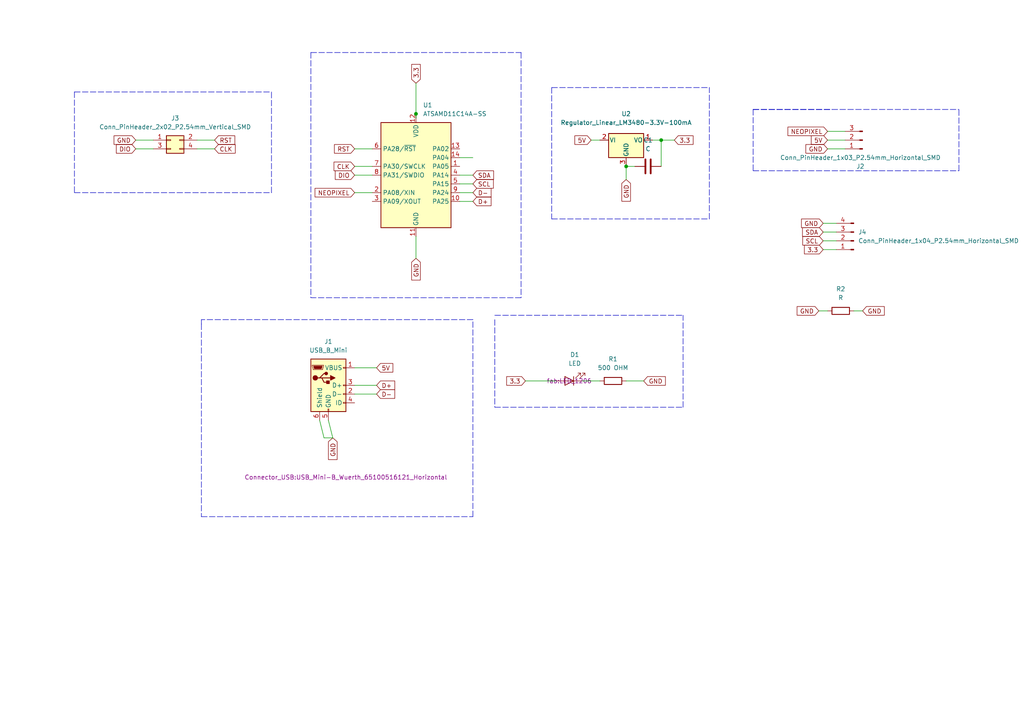
<source format=kicad_sch>
(kicad_sch (version 20211123) (generator eeschema)
  (paper "A4")
  (lib_symbols
    (symbol "Connector:USB_B_Mini" (pin_names (offset 1.016))
      (property "Reference" "J" (at -5.08 11.43 0))
      (property "Value" "USB_B_Mini" (at -5.08 8.89 0))
      (symbol "USB_B_Mini_0_1"
        (rectangle (start -5.08 -7.62) (end 5.08 7.62) (stroke (width 0.254)) (fill (type background)))
        (circle (center -3.81 2.159) (radius 0.635) (stroke (width 0.254)) (fill (type outline)))
        (circle (center -0.635 3.429) (radius 0.381) (stroke (width 0.254)) (fill (type outline)))
        (rectangle (start -0.127 -7.62) (end 0.127 -6.858))
        (polyline (pts (xy -1.905 2.159) (xy 0.635 2.159)) (stroke (width 0.254)))
        (polyline (pts (xy -3.175 2.159) (xy -2.54 2.159) (xy -1.27 3.429) (xy -0.635 3.429)) (stroke (width 0.254)))
        (polyline (pts (xy -2.54 2.159) (xy -1.905 2.159) (xy -1.27 0.889) (xy 0 0.889)) (stroke (width 0.254)))
        (polyline (pts (xy 0.635 2.794) (xy 0.635 1.524) (xy 1.905 2.159) (xy 0.635 2.794)) (stroke (width 0.254)) (fill (type outline)))
        (polyline (pts (xy -4.318 5.588) (xy -1.778 5.588) (xy -2.032 4.826) (xy -4.064 4.826) (xy -4.318 5.588)) (fill (type outline)))
        (polyline (pts (xy -4.699 5.842) (xy -4.699 5.588) (xy -4.445 4.826) (xy -4.445 4.572) (xy -1.651 4.572) (xy -1.651 4.826) (xy -1.397 5.588) (xy -1.397 5.842) (xy -4.699 5.842)))
        (rectangle (start 0.254 1.27) (end -0.508 0.508) (stroke (width 0.254)) (fill (type outline)))
        (rectangle (start 5.08 -5.207) (end 4.318 -4.953))
        (rectangle (start 5.08 -2.667) (end 4.318 -2.413))
        (rectangle (start 5.08 -0.127) (end 4.318 0.127))
        (rectangle (start 5.08 4.953) (end 4.318 5.207))
      )
      (symbol "USB_B_Mini_1_1"
        (pin power_out line (at 7.62 5.08 180) (length 2.54) (name "VBUS") (number "1"))
        (pin bidirectional line (at 7.62 -2.54 180) (length 2.54) (name "D-") (number "2"))
        (pin bidirectional line (at 7.62 0 180) (length 2.54) (name "D+") (number "3"))
        (pin passive line (at 7.62 -5.08 180) (length 2.54) (name "ID") (number "4"))
        (pin power_out line (at 0 -10.16 90) (length 2.54) (name "GND") (number "5"))
        (pin passive line (at -2.54 -10.16 90) (length 2.54) (name "Shield") (number "6"))
      )
    )
    (symbol "fab:ATSAMD11C14A-SS"
      (property "Reference" "U" (at -10.16 16.51 0))
      (property "Value" "ATSAMD11C14A-SS" (at 1.27 16.51 0))
      (symbol "ATSAMD11C14A-SS_0_1"
        (rectangle (start -10.16 15.24) (end 10.16 -15.24) (stroke (width 0.254)) (fill (type background)))
      )
      (symbol "ATSAMD11C14A-SS_1_1"
        (pin bidirectional line (at 12.7 2.54 180) (length 2.54) (name "PA05") (number "1"))
        (pin bidirectional line (at 12.7 -7.62 180) (length 2.54) (name "PA25") (number "10"))
        (pin power_in line (at 0 -17.78 90) (length 2.54) (name "GND") (number "11"))
        (pin power_in line (at 0 17.78 270) (length 2.54) (name "VDD") (number "12"))
        (pin bidirectional line (at 12.7 7.62 180) (length 2.54) (name "PA02") (number "13"))
        (pin bidirectional line (at 12.7 5.08 180) (length 2.54) (name "PA04") (number "14"))
        (pin bidirectional line (at -12.7 -5.08 0) (length 2.54) (name "PA08/XIN") (number "2"))
        (pin bidirectional line (at -12.7 -7.62 0) (length 2.54) (name "PA09/XOUT") (number "3"))
        (pin bidirectional line (at 12.7 0 180) (length 2.54) (name "PA14") (number "4"))
        (pin bidirectional line (at 12.7 -2.54 180) (length 2.54) (name "PA15") (number "5"))
        (pin bidirectional line (at -12.7 7.62 0) (length 2.54) (name "PA28/~{RST}") (number "6"))
        (pin bidirectional line (at -12.7 2.54 0) (length 2.54) (name "PA30/SWCLK") (number "7"))
        (pin bidirectional line (at -12.7 0 0) (length 2.54) (name "PA31/SWDIO") (number "8"))
        (pin bidirectional line (at 12.7 -5.08 180) (length 2.54) (name "PA24") (number "9"))
      )
    )
    (symbol "fab:C" (pin_numbers hide) (pin_names (offset 0.254))
      (property "Reference" "C" (at 0.635 2.54 0))
      (property "Value" "C" (at 0.635 -2.54 0))
      (symbol "C_0_1"
        (polyline (pts (xy -2.032 -0.762) (xy 2.032 -0.762)) (stroke (width 0.508)))
        (polyline (pts (xy -2.032 0.762) (xy 2.032 0.762)) (stroke (width 0.508)))
      )
      (symbol "C_1_1"
        (pin passive line (at 0 3.81 270) (length 2.794) (name "~") (number "1"))
        (pin passive line (at 0 -3.81 90) (length 2.794) (name "~") (number "2"))
      )
    )
    (symbol "fab:Conn_PinHeader_1x03_P2.54mm_Horizontal_SMD" (pin_names (offset 1.016) hide)
      (property "Reference" "J" (at 0 5.08 0))
      (property "Value" "Conn_PinHeader_1x03_P2.54mm_Horizontal_SMD" (at 0 -5.08 0))
      (symbol "Conn_PinHeader_1x03_P2.54mm_Horizontal_SMD_1_1"
        (polyline (pts (xy 1.27 -2.54) (xy 0.8636 -2.54)) (stroke (width 0.1524)))
        (polyline (pts (xy 1.27 0) (xy 0.8636 0)) (stroke (width 0.1524)))
        (polyline (pts (xy 1.27 2.54) (xy 0.8636 2.54)) (stroke (width 0.1524)))
        (rectangle (start 0.8636 -2.413) (end 0 -2.667) (stroke (width 0.1524)) (fill (type outline)))
        (rectangle (start 0.8636 0.127) (end 0 -0.127) (stroke (width 0.1524)) (fill (type outline)))
        (rectangle (start 0.8636 2.667) (end 0 2.413) (stroke (width 0.1524)) (fill (type outline)))
        (pin passive line (at 5.08 2.54 180) (length 3.81) (name "Pin_1") (number "1"))
        (pin passive line (at 5.08 0 180) (length 3.81) (name "Pin_2") (number "2"))
        (pin passive line (at 5.08 -2.54 180) (length 3.81) (name "Pin_3") (number "3"))
      )
    )
    (symbol "fab:Conn_PinHeader_1x04_P2.54mm_Horizontal_SMD" (pin_names (offset 1.016) hide)
      (property "Reference" "J" (at 0 5.08 0))
      (property "Value" "Conn_PinHeader_1x04_P2.54mm_Horizontal_SMD" (at 0 -7.62 0))
      (symbol "Conn_PinHeader_1x04_P2.54mm_Horizontal_SMD_1_1"
        (polyline (pts (xy 1.27 -5.08) (xy 0.8636 -5.08)) (stroke (width 0.1524)))
        (polyline (pts (xy 1.27 -2.54) (xy 0.8636 -2.54)) (stroke (width 0.1524)))
        (polyline (pts (xy 1.27 0) (xy 0.8636 0)) (stroke (width 0.1524)))
        (polyline (pts (xy 1.27 2.54) (xy 0.8636 2.54)) (stroke (width 0.1524)))
        (rectangle (start 0.8636 -4.953) (end 0 -5.207) (stroke (width 0.1524)) (fill (type outline)))
        (rectangle (start 0.8636 -2.413) (end 0 -2.667) (stroke (width 0.1524)) (fill (type outline)))
        (rectangle (start 0.8636 0.127) (end 0 -0.127) (stroke (width 0.1524)) (fill (type outline)))
        (rectangle (start 0.8636 2.667) (end 0 2.413) (stroke (width 0.1524)) (fill (type outline)))
        (pin passive line (at 5.08 2.54 180) (length 3.81) (name "Pin_1") (number "1"))
        (pin passive line (at 5.08 0 180) (length 3.81) (name "Pin_2") (number "2"))
        (pin passive line (at 5.08 -2.54 180) (length 3.81) (name "Pin_3") (number "3"))
        (pin passive line (at 5.08 -5.08 180) (length 3.81) (name "Pin_4") (number "4"))
      )
    )
    (symbol "fab:Conn_PinHeader_2x02_P2.54mm_Vertical_SMD" (pin_names (offset 1.016) hide)
      (property "Reference" "J" (at 1.27 2.54 0))
      (property "Value" "Conn_PinHeader_2x02_P2.54mm_Vertical_SMD" (at 1.27 -5.08 0))
      (symbol "Conn_PinHeader_2x02_P2.54mm_Vertical_SMD_1_1"
        (rectangle (start -1.27 -2.413) (end 0 -2.667) (stroke (width 0.1524)))
        (rectangle (start -1.27 0.127) (end 0 -0.127) (stroke (width 0.1524)))
        (rectangle (start -1.27 1.27) (end 3.81 -3.81) (stroke (width 0.254)) (fill (type background)))
        (rectangle (start 3.81 -2.413) (end 2.54 -2.667) (stroke (width 0.1524)))
        (rectangle (start 3.81 0.127) (end 2.54 -0.127) (stroke (width 0.1524)))
        (pin passive line (at -5.08 0 0) (length 3.81) (name "Pin_1") (number "1"))
        (pin passive line (at 7.62 0 180) (length 3.81) (name "Pin_2") (number "2"))
        (pin passive line (at -5.08 -2.54 0) (length 3.81) (name "Pin_3") (number "3"))
        (pin passive line (at 7.62 -2.54 180) (length 3.81) (name "Pin_4") (number "4"))
      )
    )
    (symbol "fab:LED" (pin_numbers hide) (pin_names (offset 1.016) hide)
      (property "Reference" "D" (at 0 2.54 0))
      (property "Value" "LED" (at 0 -2.54 0))
      (symbol "LED_0_1"
        (polyline (pts (xy -1.27 -1.27) (xy -1.27 1.27)) (stroke (width 0.2032)))
        (polyline (pts (xy -1.27 0) (xy 1.27 0)))
        (polyline (pts (xy 1.27 -1.27) (xy 1.27 1.27) (xy -1.27 0) (xy 1.27 -1.27)) (stroke (width 0.2032)))
        (polyline (pts (xy -3.048 -0.762) (xy -4.572 -2.286) (xy -3.81 -2.286) (xy -4.572 -2.286) (xy -4.572 -1.524)))
        (polyline (pts (xy -1.778 -0.762) (xy -3.302 -2.286) (xy -2.54 -2.286) (xy -3.302 -2.286) (xy -3.302 -1.524)))
      )
      (symbol "LED_1_1"
        (pin passive line (at -3.81 0 0) (length 2.54) (name "K") (number "1"))
        (pin passive line (at 3.81 0 180) (length 2.54) (name "A") (number "2"))
      )
    )
    (symbol "fab:R" (pin_numbers hide) (pin_names (offset 0))
      (property "Reference" "R" (at 2.032 0 90))
      (property "Value" "R" (at 0 0 90))
      (symbol "R_0_1"
        (rectangle (start -1.016 -2.54) (end 1.016 2.54) (stroke (width 0.254)))
      )
      (symbol "R_1_1"
        (pin passive line (at 0 3.81 270) (length 1.27) (name "~") (number "1"))
        (pin passive line (at 0 -3.81 90) (length 1.27) (name "~") (number "2"))
      )
    )
    (symbol "fab:Regulator_Linear_LM3480-3.3V-100mA" (pin_names (offset 0.254))
      (property "Reference" "U" (at -3.81 3.175 0))
      (property "Value" "Regulator_Linear_LM3480-3.3V-100mA" (at 0 3.175 0))
      (symbol "Regulator_Linear_LM3480-3.3V-100mA_0_1"
        (rectangle (start -5.08 1.905) (end 5.08 -5.08) (stroke (width 0.254)) (fill (type background)))
      )
      (symbol "Regulator_Linear_LM3480-3.3V-100mA_1_1"
        (pin power_out line (at 7.62 0 180) (length 2.54) (name "VO") (number "1"))
        (pin power_in line (at -7.62 0 0) (length 2.54) (name "VI") (number "2"))
        (pin power_in line (at 0 -7.62 90) (length 2.54) (name "GND") (number "3"))
      )
    )
  )
  (junction (at 181.61 48.26))
  (junction (at 191.77 40.64))
  (junction (at 120.65 33.02))
  (wire (pts (xy 247.65 90.17) (xy 250.19 90.17)))
  (wire (pts (xy 191.77 40.64) (xy 191.77 48.26)))
  (wire (pts (xy 181.61 48.26) (xy 184.15 48.26)))
  (wire (pts (xy 39.37 40.64) (xy 44.45 40.64)))
  (wire (pts (xy 171.45 40.64) (xy 173.99 40.64)))
  (wire (pts (xy 93.98 127) (xy 96.52 127)))
  (wire (pts (xy 133.35 58.42) (xy 137.16 58.42)))
  (wire (pts (xy 120.65 24.13) (xy 120.65 33.02)))
  (polyline (pts (xy 58.42 93.98) (xy 58.42 149.86)))
  (wire (pts (xy 238.76 69.85) (xy 242.57 69.85)))
  (polyline (pts (xy 137.16 92.71) (xy 58.42 92.71)))
  (polyline (pts (xy 21.59 26.67) (xy 21.59 55.88)))
  (polyline (pts (xy 218.44 49.53) (xy 278.13 49.53)))
  (polyline (pts (xy 160.02 25.4) (xy 205.74 25.4)))
  (wire (pts (xy 92.71 121.92) (xy 93.98 127)))
  (wire (pts (xy 238.76 67.31) (xy 242.57 67.31)))
  (polyline (pts (xy 78.74 55.88) (xy 78.74 26.67)))
  (polyline (pts (xy 143.51 118.11) (xy 198.12 118.11)))
  (wire (pts (xy 57.15 40.64) (xy 62.23 40.64)))
  (wire (pts (xy 102.87 114.3) (xy 109.22 114.3)))
  (wire (pts (xy 120.65 68.58) (xy 120.65 74.93)))
  (polyline (pts (xy 218.44 31.75) (xy 278.13 31.75)))
  (wire (pts (xy 152.4 110.49) (xy 161.29 110.49)))
  (polyline (pts (xy 143.51 91.44) (xy 198.12 91.44)))
  (polyline (pts (xy 160.02 25.4) (xy 160.02 63.5)))
  (wire (pts (xy 57.15 43.18) (xy 62.23 43.18)))
  (wire (pts (xy 238.76 72.39) (xy 242.57 72.39)))
  (wire (pts (xy 133.35 53.34) (xy 137.16 53.34)))
  (polyline (pts (xy 198.12 118.11) (xy 198.12 91.44)))
  (polyline (pts (xy 137.16 149.86) (xy 137.16 92.71)))
  (wire (pts (xy 102.87 55.88) (xy 107.95 55.88)))
  (wire (pts (xy 237.49 90.17) (xy 240.03 90.17)))
  (polyline (pts (xy 58.42 92.71) (xy 58.42 93.98)))
  (polyline (pts (xy 21.59 26.67) (xy 78.74 26.67)))
  (polyline (pts (xy 90.17 15.24) (xy 90.17 86.36)))
  (polyline (pts (xy 151.13 15.24) (xy 151.13 86.36)))
  (wire (pts (xy 181.61 110.49) (xy 186.69 110.49)))
  (polyline (pts (xy 205.74 63.5) (xy 205.74 25.4)))
  (polyline (pts (xy 21.59 55.88) (xy 78.74 55.88)))
  (wire (pts (xy 39.37 43.18) (xy 44.45 43.18)))
  (wire (pts (xy 120.65 33.02) (xy 120.65 34.29)))
  (wire (pts (xy 137.16 55.88) (xy 133.35 55.88)))
  (wire (pts (xy 95.25 121.92) (xy 96.52 127)))
  (wire (pts (xy 240.03 38.1) (xy 245.11 38.1)))
  (wire (pts (xy 102.87 106.68) (xy 109.22 106.68)))
  (polyline (pts (xy 90.17 15.24) (xy 151.13 15.24)))
  (wire (pts (xy 102.87 48.26) (xy 107.95 48.26)))
  (polyline (pts (xy 278.13 49.53) (xy 278.13 31.75)))
  (wire (pts (xy 133.35 45.72) (xy 137.16 45.72)))
  (polyline (pts (xy 143.51 92.71) (xy 143.51 118.11)))
  (wire (pts (xy 168.91 110.49) (xy 173.99 110.49)))
  (wire (pts (xy 191.77 40.64) (xy 195.58 40.64)))
  (wire (pts (xy 240.03 40.64) (xy 245.11 40.64)))
  (polyline (pts (xy 218.44 31.75) (xy 218.44 49.53)))
  (wire (pts (xy 181.61 48.26) (xy 181.61 52.07)))
  (wire (pts (xy 133.35 50.8) (xy 137.16 50.8)))
  (wire (pts (xy 102.87 50.8) (xy 107.95 50.8)))
  (polyline (pts (xy 218.44 31.75) (xy 241.3 31.75)))
  (wire (pts (xy 102.87 43.18) (xy 107.95 43.18)))
  (polyline (pts (xy 58.42 149.86) (xy 137.16 149.86)))
  (wire (pts (xy 102.87 111.76) (xy 109.22 111.76)))
  (polyline (pts (xy 160.02 63.5) (xy 205.74 63.5)))
  (polyline (pts (xy 151.13 86.36) (xy 90.17 86.36)))
  (wire (pts (xy 240.03 43.18) (xy 245.11 43.18)))
  (wire (pts (xy 238.76 64.77) (xy 242.57 64.77)))
  (wire (pts (xy 189.23 40.64) (xy 191.77 40.64)))
  (global_label "D-" (shape input) (at 109.22 114.3 0) (property "Intersheet References" "${INTERSHEET_REFS}" (effects hide)))
  (global_label "GND" (shape input) (at 186.69 110.49 0) (property "Intersheet References" "${INTERSHEET_REFS}" (effects hide)))
  (global_label "RST" (shape input) (at 62.23 40.64 0) (property "Intersheet References" "${INTERSHEET_REFS}" (effects hide)))
  (global_label "GND" (shape input) (at 96.52 127 270) (property "Intersheet References" "${INTERSHEET_REFS}" (effects hide)))
  (global_label "DIO" (shape input) (at 102.87 50.8 180) (property "Intersheet References" "${INTERSHEET_REFS}" (effects hide)))
  (global_label "GND" (shape input) (at 238.76 64.77 180) (property "Intersheet References" "${INTERSHEET_REFS}" (effects hide)))
  (global_label "GND" (shape input) (at 250.19 90.17 0) (property "Intersheet References" "${INTERSHEET_REFS}" (effects hide)))
  (global_label "GND" (shape input) (at 39.37 40.64 180) (property "Intersheet References" "${INTERSHEET_REFS}" (effects hide)))
  (global_label "3.3" (shape input) (at 238.76 72.39 180) (property "Intersheet References" "${INTERSHEET_REFS}" (effects hide)))
  (global_label "SCL" (shape input) (at 238.76 69.85 180) (property "Intersheet References" "${INTERSHEET_REFS}" (effects hide)))
  (global_label "GND" (shape input) (at 237.49 90.17 180) (property "Intersheet References" "${INTERSHEET_REFS}" (effects hide)))
  (global_label "NEOPIXEL" (shape input) (at 102.87 55.88 180) (property "Intersheet References" "${INTERSHEET_REFS}" (effects hide)))
  (global_label "5V" (shape input) (at 240.03 40.64 180) (property "Intersheet References" "${INTERSHEET_REFS}" (effects hide)))
  (global_label "SDA" (shape input) (at 238.76 67.31 180) (property "Intersheet References" "${INTERSHEET_REFS}" (effects hide)))
  (global_label "SDA" (shape input) (at 137.16 50.8 0) (property "Intersheet References" "${INTERSHEET_REFS}" (effects hide)))
  (global_label "GND" (shape input) (at 240.03 43.18 180) (property "Intersheet References" "${INTERSHEET_REFS}" (effects hide)))
  (global_label "D+" (shape input) (at 137.16 58.42 0) (property "Intersheet References" "${INTERSHEET_REFS}" (effects hide)))
  (global_label "3.3" (shape input) (at 120.65 24.13 90) (property "Intersheet References" "${INTERSHEET_REFS}" (effects hide)))
  (global_label "3.3" (shape input) (at 195.58 40.64 0) (property "Intersheet References" "${INTERSHEET_REFS}" (effects hide)))
  (global_label "GND" (shape input) (at 181.61 52.07 270) (property "Intersheet References" "${INTERSHEET_REFS}" (effects hide)))
  (global_label "DIO" (shape input) (at 39.37 43.18 180) (property "Intersheet References" "${INTERSHEET_REFS}" (effects hide)))
  (global_label "CLK" (shape input) (at 62.23 43.18 0) (property "Intersheet References" "${INTERSHEET_REFS}" (effects hide)))
  (global_label "5V" (shape input) (at 109.22 106.68 0) (property "Intersheet References" "${INTERSHEET_REFS}" (effects hide)))
  (global_label "NEOPIXEL" (shape input) (at 240.03 38.1 180) (property "Intersheet References" "${INTERSHEET_REFS}" (effects hide)))
  (global_label "CLK" (shape input) (at 102.87 48.26 180) (property "Intersheet References" "${INTERSHEET_REFS}" (effects hide)))
  (global_label "D-" (shape input) (at 137.16 55.88 0) (property "Intersheet References" "${INTERSHEET_REFS}" (effects hide)))
  (global_label "5V" (shape input) (at 171.45 40.64 180) (property "Intersheet References" "${INTERSHEET_REFS}" (effects hide)))
  (global_label "GND" (shape input) (at 120.65 74.93 270) (property "Intersheet References" "${INTERSHEET_REFS}" (effects hide)))
  (global_label "RST" (shape input) (at 102.87 43.18 180) (property "Intersheet References" "${INTERSHEET_REFS}" (effects hide)))
  (global_label "SCL" (shape input) (at 137.16 53.34 0) (property "Intersheet References" "${INTERSHEET_REFS}" (effects hide)))
  (global_label "D+" (shape input) (at 109.22 111.76 0) (property "Intersheet References" "${INTERSHEET_REFS}" (effects hide)))
  (global_label "3.3" (shape input) (at 152.4 110.49 180) (property "Intersheet References" "${INTERSHEET_REFS}" (effects hide)))
  (symbol (lib_id "fab:LED") (at 165.1 110.49 180) (unit 1)
    (property "Reference" "D1" (at 166.7002 102.87 0))
    (property "Value" "LED" (at 166.7002 105.41 0))
    (property "Footprint" "fab:LED_1206" (at 165.1 110.49 0))
    (property "Datasheet" "https://optoelectronics.liteon.com/upload/download/DS-22-98-0002/LTST-C150CKT.pdf" (effects hide))
  )
  (symbol (lib_id "fab:Conn_PinHeader_2x02_P2.54mm_Vertical_SMD") (at 49.53 40.64 0) (unit 1)
    (property "Reference" "J3" (at 50.8 34.29 0))
    (property "Value" "Conn_PinHeader_2x02_P2.54mm_Vertical_SMD" (at 50.8 36.83 0))
    (property "Footprint" "fab:PinHeader_2x02_P2.54mm_Vertical_SMD" (effects hide))
    (property "Datasheet" "https://cdn.amphenol-icc.com/media/wysiwyg/files/drawing/95278.pdf" (effects hide))
  )
  (symbol (lib_id "fab:Regulator_Linear_LM3480-3.3V-100mA") (at 181.61 40.64 0) (unit 1)
    (property "Reference" "U2" (at 181.61 33.02 0))
    (property "Value" "Regulator_Linear_LM3480-3.3V-100mA" (at 181.61 35.56 0))
    (property "Footprint" "fab:SOT-23" (effects hide))
    (property "Datasheet" "https://www.ti.com/lit/ds/symlink/lm3480.pdf" (effects hide))
  )
  (symbol (lib_id "fab:Conn_PinHeader_1x04_P2.54mm_Horizontal_SMD") (at 247.65 69.85 180) (unit 1)
    (property "Reference" "J4" (at 248.92 67.3099 0) (effects (justify right)))
    (property "Value" "Conn_PinHeader_1x04_P2.54mm_Horizontal_SMD" (at 248.92 69.8499 0) (effects (justify right)))
    (property "Footprint" "fab:PinHeader_1x04_P2.54mm_Horizontal_SMD" (effects hide))
  )
  (symbol (lib_id "fab:C") (at 187.96 48.26 90) (unit 1)
    (property "Reference" "C1" (at 187.96 40.64 90))
    (property "Value" "C" (at 187.96 43.18 90))
    (property "Footprint" "fab:C_1206" (effects hide))
  )
  (symbol (lib_id "fab:R") (at 177.8 110.49 90) (unit 1)
    (property "Reference" "R1" (at 177.8 104.14 90))
    (property "Value" "500 OHM" (at 177.8 106.68 90))
    (property "Footprint" "fab:R_1206" (effects hide))
  )
  (symbol (lib_id "fab:R") (at 243.84 90.17 90) (unit 1)
    (property "Reference" "R2" (at 243.84 83.82 90))
    (property "Value" "R" (at 243.84 86.36 90))
    (property "Footprint" "fab:R_1206" (effects hide))
  )
  (symbol (lib_id "fab:Conn_PinHeader_1x03_P2.54mm_Horizontal_SMD") (at 250.19 40.64 180) (unit 1)
    (property "Reference" "J2" (at 249.555 48.26 0))
    (property "Value" "Conn_PinHeader_1x03_P2.54mm_Horizontal_SMD" (at 249.555 45.72 0))
    (property "Footprint" "fab:PinHeader_1x03_P2.54mm_Horizontal_SMD" (effects hide))
  )
  (symbol (lib_id "fab:ATSAMD11C14A-SS") (at 120.65 50.8 0) (unit 1)
    (property "Reference" "U1" (at 122.6694 30.48 0) (effects (justify left)))
    (property "Value" "ATSAMD11C14A-SS" (at 122.6694 33.02 0) (effects (justify left)))
    (property "Footprint" "fab:SOIC-14_3.9x8.7mm_P1.27mm" (effects hide))
  )
  (symbol (lib_id "Connector:USB_B_Mini") (at 95.25 111.76 0) (unit 1)
    (property "Reference" "J1" (at 95.25 99.06 0))
    (property "Value" "USB_B_Mini" (at 95.25 101.6 0))
    (property "Footprint" "Connector_USB:USB_Mini-B_Wuerth_65100516121_Horizontal" (at 100.33 138.43 0))
  )
)
</source>
